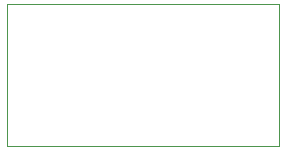
<source format=gbr>
%TF.GenerationSoftware,KiCad,Pcbnew,(5.1.8)-1*%
%TF.CreationDate,2021-01-22T21:13:55+01:00*%
%TF.ProjectId,const-curr_LT3092,636f6e73-742d-4637-9572-725f4c543330,rev?*%
%TF.SameCoordinates,Original*%
%TF.FileFunction,Profile,NP*%
%FSLAX46Y46*%
G04 Gerber Fmt 4.6, Leading zero omitted, Abs format (unit mm)*
G04 Created by KiCad (PCBNEW (5.1.8)-1) date 2021-01-22 21:13:55*
%MOMM*%
%LPD*%
G01*
G04 APERTURE LIST*
%TA.AperFunction,Profile*%
%ADD10C,0.100000*%
%TD*%
G04 APERTURE END LIST*
D10*
X81000000Y-69000000D02*
X81000000Y-57000000D01*
X104000000Y-69000000D02*
X81000000Y-69000000D01*
X104000000Y-57000000D02*
X104000000Y-69000000D01*
X81000000Y-57000000D02*
X104000000Y-57000000D01*
M02*

</source>
